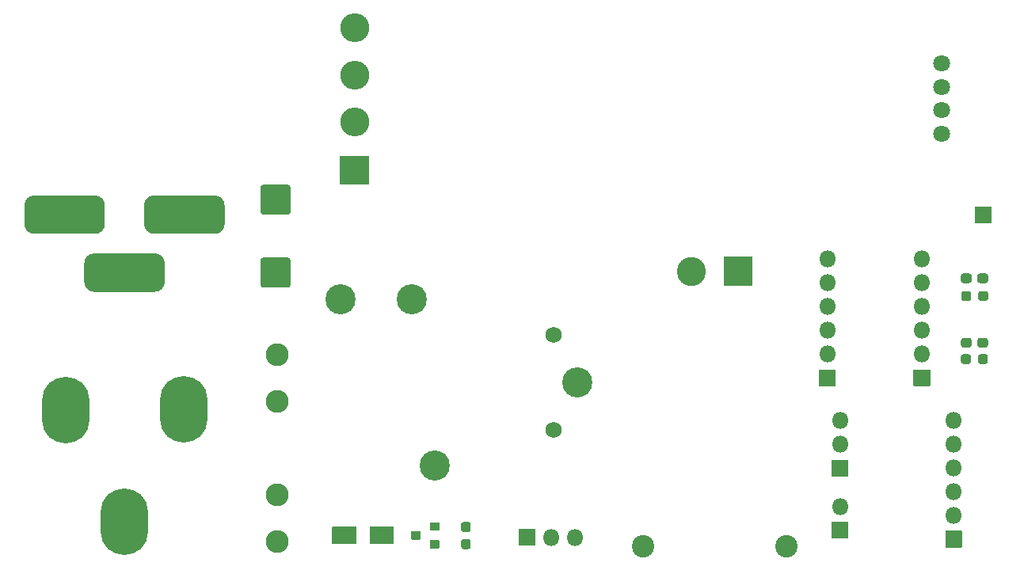
<source format=gts>
G04 #@! TF.GenerationSoftware,KiCad,Pcbnew,(5.1.12)-1*
G04 #@! TF.CreationDate,2022-05-31T10:14:08-04:00*
G04 #@! TF.ProjectId,OMC_WIFI_PCB,4f4d435f-5749-4464-995f-5043422e6b69,rev?*
G04 #@! TF.SameCoordinates,Original*
G04 #@! TF.FileFunction,Soldermask,Top*
G04 #@! TF.FilePolarity,Negative*
%FSLAX46Y46*%
G04 Gerber Fmt 4.6, Leading zero omitted, Abs format (unit mm)*
G04 Created by KiCad (PCBNEW (5.1.12)-1) date 2022-05-31 10:14:08*
%MOMM*%
%LPD*%
G01*
G04 APERTURE LIST*
%ADD10O,5.100000X7.100000*%
%ADD11O,1.800000X1.800000*%
%ADD12C,1.800000*%
%ADD13O,3.100000X3.100000*%
%ADD14C,3.216000*%
%ADD15C,1.750000*%
%ADD16C,2.400000*%
%ADD17C,3.100000*%
%ADD18C,2.450000*%
G04 APERTURE END LIST*
G36*
G01*
X619850000Y919500000D02*
X619850000Y918700000D01*
G75*
G02*
X619800000Y918650000I-50000J0D01*
G01*
X618900000Y918650000D01*
G75*
G02*
X618850000Y918700000I0J50000D01*
G01*
X618850000Y919500000D01*
G75*
G02*
X618900000Y919550000I50000J0D01*
G01*
X619800000Y919550000D01*
G75*
G02*
X619850000Y919500000I0J-50000D01*
G01*
G37*
G36*
G01*
X621850000Y920450000D02*
X621850000Y919650000D01*
G75*
G02*
X621800000Y919600000I-50000J0D01*
G01*
X620900000Y919600000D01*
G75*
G02*
X620850000Y919650000I0J50000D01*
G01*
X620850000Y920450000D01*
G75*
G02*
X620900000Y920500000I50000J0D01*
G01*
X621800000Y920500000D01*
G75*
G02*
X621850000Y920450000I0J-50000D01*
G01*
G37*
G36*
G01*
X621850000Y918550000D02*
X621850000Y917750000D01*
G75*
G02*
X621800000Y917700000I-50000J0D01*
G01*
X620900000Y917700000D01*
G75*
G02*
X620850000Y917750000I0J50000D01*
G01*
X620850000Y918550000D01*
G75*
G02*
X620900000Y918600000I50000J0D01*
G01*
X621800000Y918600000D01*
G75*
G02*
X621850000Y918550000I0J-50000D01*
G01*
G37*
G36*
G01*
X602750000Y953658063D02*
X602750000Y956341937D01*
G75*
G02*
X603008063Y956600000I258063J0D01*
G01*
X605691937Y956600000D01*
G75*
G02*
X605950000Y956341937I0J-258063D01*
G01*
X605950000Y953658063D01*
G75*
G02*
X605691937Y953400000I-258063J0D01*
G01*
X603008063Y953400000D01*
G75*
G02*
X602750000Y953658063I0J258063D01*
G01*
G37*
G36*
G01*
X602750000Y945858063D02*
X602750000Y948541937D01*
G75*
G02*
X603008063Y948800000I258063J0D01*
G01*
X605691937Y948800000D01*
G75*
G02*
X605950000Y948541937I0J-258063D01*
G01*
X605950000Y945858063D01*
G75*
G02*
X605691937Y945600000I-258063J0D01*
G01*
X603008063Y945600000D01*
G75*
G02*
X602750000Y945858063I0J258063D01*
G01*
G37*
G36*
G01*
X577500000Y952375000D02*
X577500000Y954425000D01*
G75*
G02*
X578525000Y955450000I1025000J0D01*
G01*
X585075000Y955450000D01*
G75*
G02*
X586100000Y954425000I0J-1025000D01*
G01*
X586100000Y952375000D01*
G75*
G02*
X585075000Y951350000I-1025000J0D01*
G01*
X578525000Y951350000D01*
G75*
G02*
X577500000Y952375000I0J1025000D01*
G01*
G37*
G36*
G01*
X590300000Y952375000D02*
X590300000Y954425000D01*
G75*
G02*
X591325000Y955450000I1025000J0D01*
G01*
X597875000Y955450000D01*
G75*
G02*
X598900000Y954425000I0J-1025000D01*
G01*
X598900000Y952375000D01*
G75*
G02*
X597875000Y951350000I-1025000J0D01*
G01*
X591325000Y951350000D01*
G75*
G02*
X590300000Y952375000I0J1025000D01*
G01*
G37*
G36*
G01*
X583900000Y946175000D02*
X583900000Y948225000D01*
G75*
G02*
X584925000Y949250000I1025000J0D01*
G01*
X591475000Y949250000D01*
G75*
G02*
X592500000Y948225000I0J-1025000D01*
G01*
X592500000Y946175000D01*
G75*
G02*
X591475000Y945150000I-1025000J0D01*
G01*
X584925000Y945150000D01*
G75*
G02*
X583900000Y946175000I0J1025000D01*
G01*
G37*
D10*
X594500000Y932600000D03*
X581900000Y932500000D03*
X588200000Y920600000D03*
D11*
X663350000Y948650000D03*
X663350000Y946110000D03*
X663350000Y943570000D03*
X663350000Y941030000D03*
X663350000Y938490000D03*
G36*
G01*
X664250000Y936800000D02*
X664250000Y935100000D01*
G75*
G02*
X664200000Y935050000I-50000J0D01*
G01*
X662500000Y935050000D01*
G75*
G02*
X662450000Y935100000I0J50000D01*
G01*
X662450000Y936800000D01*
G75*
G02*
X662500000Y936850000I50000J0D01*
G01*
X664200000Y936850000D01*
G75*
G02*
X664250000Y936800000I0J-50000D01*
G01*
G37*
X673450000Y946110000D03*
X673450000Y943570000D03*
X673450000Y941030000D03*
X673450000Y948650000D03*
X673450000Y938490000D03*
G36*
G01*
X674350000Y936800000D02*
X674350000Y935100000D01*
G75*
G02*
X674300000Y935050000I-50000J0D01*
G01*
X672600000Y935050000D01*
G75*
G02*
X672550000Y935100000I0J50000D01*
G01*
X672550000Y936800000D01*
G75*
G02*
X672600000Y936850000I50000J0D01*
G01*
X674300000Y936850000D01*
G75*
G02*
X674350000Y936800000I0J-50000D01*
G01*
G37*
G36*
G01*
X679100000Y952550000D02*
X679100000Y954250000D01*
G75*
G02*
X679150000Y954300000I50000J0D01*
G01*
X680850000Y954300000D01*
G75*
G02*
X680900000Y954250000I0J-50000D01*
G01*
X680900000Y952550000D01*
G75*
G02*
X680850000Y952500000I-50000J0D01*
G01*
X679150000Y952500000D01*
G75*
G02*
X679100000Y952550000I0J50000D01*
G01*
G37*
X636330000Y918900000D03*
X633790000Y918900000D03*
G36*
G01*
X632100000Y918000000D02*
X630400000Y918000000D01*
G75*
G02*
X630350000Y918050000I0J50000D01*
G01*
X630350000Y919750000D01*
G75*
G02*
X630400000Y919800000I50000J0D01*
G01*
X632100000Y919800000D01*
G75*
G02*
X632150000Y919750000I0J-50000D01*
G01*
X632150000Y918050000D01*
G75*
G02*
X632100000Y918000000I-50000J0D01*
G01*
G37*
D12*
X675550000Y962050000D03*
X675550000Y964550000D03*
X675550000Y967050000D03*
X675550000Y969550000D03*
D13*
X612800000Y973400000D03*
X612800000Y968320000D03*
X612800000Y963280000D03*
G36*
G01*
X611250000Y956660000D02*
X611250000Y959660000D01*
G75*
G02*
X611300000Y959710000I50000J0D01*
G01*
X614300000Y959710000D01*
G75*
G02*
X614350000Y959660000I0J-50000D01*
G01*
X614350000Y956660000D01*
G75*
G02*
X614300000Y956610000I-50000J0D01*
G01*
X611300000Y956610000D01*
G75*
G02*
X611250000Y956660000I0J50000D01*
G01*
G37*
D14*
X611300000Y944350000D03*
X621400000Y926550000D03*
X618900000Y944350000D03*
D15*
X634100000Y940550000D03*
X634100000Y930350000D03*
D14*
X636600000Y935450000D03*
D11*
X664700000Y922200000D03*
G36*
G01*
X665600000Y920510000D02*
X665600000Y918810000D01*
G75*
G02*
X665550000Y918760000I-50000J0D01*
G01*
X663850000Y918760000D01*
G75*
G02*
X663800000Y918810000I0J50000D01*
G01*
X663800000Y920510000D01*
G75*
G02*
X663850000Y920560000I50000J0D01*
G01*
X665550000Y920560000D01*
G75*
G02*
X665600000Y920510000I0J-50000D01*
G01*
G37*
D16*
X659000000Y917950000D03*
G36*
G01*
X652300000Y948900000D02*
X655300000Y948900000D01*
G75*
G02*
X655350000Y948850000I0J-50000D01*
G01*
X655350000Y945850000D01*
G75*
G02*
X655300000Y945800000I-50000J0D01*
G01*
X652300000Y945800000D01*
G75*
G02*
X652250000Y945850000I0J50000D01*
G01*
X652250000Y948850000D01*
G75*
G02*
X652300000Y948900000I50000J0D01*
G01*
G37*
D17*
X648800000Y947350000D03*
D16*
X643600000Y917950000D03*
G36*
G01*
X624437500Y918712500D02*
X624962500Y918712500D01*
G75*
G02*
X625225000Y918450000I0J-262500D01*
G01*
X625225000Y917900000D01*
G75*
G02*
X624962500Y917637500I-262500J0D01*
G01*
X624437500Y917637500D01*
G75*
G02*
X624175000Y917900000I0J262500D01*
G01*
X624175000Y918450000D01*
G75*
G02*
X624437500Y918712500I262500J0D01*
G01*
G37*
G36*
G01*
X624437500Y920537500D02*
X624962500Y920537500D01*
G75*
G02*
X625225000Y920275000I0J-262500D01*
G01*
X625225000Y919725000D01*
G75*
G02*
X624962500Y919462500I-262500J0D01*
G01*
X624437500Y919462500D01*
G75*
G02*
X624175000Y919725000I0J262500D01*
G01*
X624175000Y920275000D01*
G75*
G02*
X624437500Y920537500I262500J0D01*
G01*
G37*
G36*
G01*
X679437500Y937687500D02*
X679437500Y938212500D01*
G75*
G02*
X679700000Y938475000I262500J0D01*
G01*
X680250000Y938475000D01*
G75*
G02*
X680512500Y938212500I0J-262500D01*
G01*
X680512500Y937687500D01*
G75*
G02*
X680250000Y937425000I-262500J0D01*
G01*
X679700000Y937425000D01*
G75*
G02*
X679437500Y937687500I0J262500D01*
G01*
G37*
G36*
G01*
X677612500Y937687500D02*
X677612500Y938212500D01*
G75*
G02*
X677875000Y938475000I262500J0D01*
G01*
X678425000Y938475000D01*
G75*
G02*
X678687500Y938212500I0J-262500D01*
G01*
X678687500Y937687500D01*
G75*
G02*
X678425000Y937425000I-262500J0D01*
G01*
X677875000Y937425000D01*
G75*
G02*
X677612500Y937687500I0J262500D01*
G01*
G37*
G36*
G01*
X679462500Y944437500D02*
X679462500Y944962500D01*
G75*
G02*
X679725000Y945225000I262500J0D01*
G01*
X680275000Y945225000D01*
G75*
G02*
X680537500Y944962500I0J-262500D01*
G01*
X680537500Y944437500D01*
G75*
G02*
X680275000Y944175000I-262500J0D01*
G01*
X679725000Y944175000D01*
G75*
G02*
X679462500Y944437500I0J262500D01*
G01*
G37*
G36*
G01*
X677637500Y944437500D02*
X677637500Y944962500D01*
G75*
G02*
X677900000Y945225000I262500J0D01*
G01*
X678450000Y945225000D01*
G75*
G02*
X678712500Y944962500I0J-262500D01*
G01*
X678712500Y944437500D01*
G75*
G02*
X678450000Y944175000I-262500J0D01*
G01*
X677900000Y944175000D01*
G75*
G02*
X677637500Y944437500I0J262500D01*
G01*
G37*
D11*
X664700000Y931380000D03*
X664700000Y928840000D03*
G36*
G01*
X665600000Y927150000D02*
X665600000Y925450000D01*
G75*
G02*
X665550000Y925400000I-50000J0D01*
G01*
X663850000Y925400000D01*
G75*
G02*
X663800000Y925450000I0J50000D01*
G01*
X663800000Y927150000D01*
G75*
G02*
X663850000Y927200000I50000J0D01*
G01*
X665550000Y927200000D01*
G75*
G02*
X665600000Y927150000I0J-50000D01*
G01*
G37*
D18*
X604500000Y918450000D03*
X604500000Y923450000D03*
X604500000Y938450000D03*
X604500000Y933450000D03*
G36*
G01*
X614400000Y918200000D02*
X614400000Y920000000D01*
G75*
G02*
X614450000Y920050000I50000J0D01*
G01*
X616950000Y920050000D01*
G75*
G02*
X617000000Y920000000I0J-50000D01*
G01*
X617000000Y918200000D01*
G75*
G02*
X616950000Y918150000I-50000J0D01*
G01*
X614450000Y918150000D01*
G75*
G02*
X614400000Y918200000I0J50000D01*
G01*
G37*
G36*
G01*
X610400000Y918200000D02*
X610400000Y920000000D01*
G75*
G02*
X610450000Y920050000I50000J0D01*
G01*
X612950000Y920050000D01*
G75*
G02*
X613000000Y920000000I0J-50000D01*
G01*
X613000000Y918200000D01*
G75*
G02*
X612950000Y918150000I-50000J0D01*
G01*
X610450000Y918150000D01*
G75*
G02*
X610400000Y918200000I0J50000D01*
G01*
G37*
G36*
G01*
X679375000Y939437500D02*
X679375000Y939962500D01*
G75*
G02*
X679637500Y940225000I262500J0D01*
G01*
X680262500Y940225000D01*
G75*
G02*
X680525000Y939962500I0J-262500D01*
G01*
X680525000Y939437500D01*
G75*
G02*
X680262500Y939175000I-262500J0D01*
G01*
X679637500Y939175000D01*
G75*
G02*
X679375000Y939437500I0J262500D01*
G01*
G37*
G36*
G01*
X677625000Y939437500D02*
X677625000Y939962500D01*
G75*
G02*
X677887500Y940225000I262500J0D01*
G01*
X678512500Y940225000D01*
G75*
G02*
X678775000Y939962500I0J-262500D01*
G01*
X678775000Y939437500D01*
G75*
G02*
X678512500Y939175000I-262500J0D01*
G01*
X677887500Y939175000D01*
G75*
G02*
X677625000Y939437500I0J262500D01*
G01*
G37*
G36*
G01*
X679375000Y946337500D02*
X679375000Y946862500D01*
G75*
G02*
X679637500Y947125000I262500J0D01*
G01*
X680262500Y947125000D01*
G75*
G02*
X680525000Y946862500I0J-262500D01*
G01*
X680525000Y946337500D01*
G75*
G02*
X680262500Y946075000I-262500J0D01*
G01*
X679637500Y946075000D01*
G75*
G02*
X679375000Y946337500I0J262500D01*
G01*
G37*
G36*
G01*
X677625000Y946337500D02*
X677625000Y946862500D01*
G75*
G02*
X677887500Y947125000I262500J0D01*
G01*
X678512500Y947125000D01*
G75*
G02*
X678775000Y946862500I0J-262500D01*
G01*
X678775000Y946337500D01*
G75*
G02*
X678512500Y946075000I-262500J0D01*
G01*
X677887500Y946075000D01*
G75*
G02*
X677625000Y946337500I0J262500D01*
G01*
G37*
D11*
X676850000Y931400000D03*
X676850000Y928860000D03*
X676850000Y926320000D03*
X676850000Y923780000D03*
X676850000Y921240000D03*
G36*
G01*
X677750000Y919550000D02*
X677750000Y917850000D01*
G75*
G02*
X677700000Y917800000I-50000J0D01*
G01*
X676000000Y917800000D01*
G75*
G02*
X675950000Y917850000I0J50000D01*
G01*
X675950000Y919550000D01*
G75*
G02*
X676000000Y919600000I50000J0D01*
G01*
X677700000Y919600000D01*
G75*
G02*
X677750000Y919550000I0J-50000D01*
G01*
G37*
M02*

</source>
